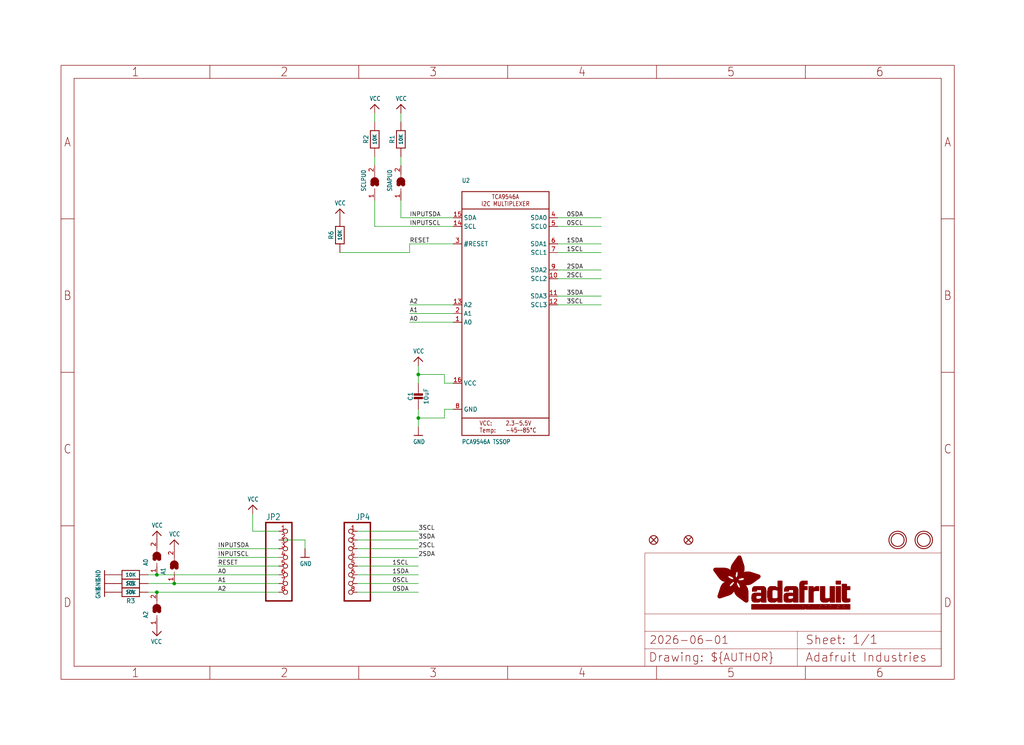
<source format=kicad_sch>
(kicad_sch (version 20230121) (generator eeschema)
  (paper "User" 298.45 217.322)
  (lib_symbols
    (symbol "working-eagle-import:CAP_CERAMIC0805-NOOUTLINE"
      (property "Reference" "C" (at -2.29 1.25 90))
      (symbol "CAP_CERAMIC0805-NOOUTLINE_1_0"
        (pin passive line (at 0 5.08 270) (length 2.54) (name "1") (number "1"))
        (pin passive line (at 0 -2.54 90) (length 2.54) (name "2") (number "2"))
      )
    )
    (symbol "working-eagle-import:FIDUCIAL_1MM")
    (symbol "working-eagle-import:FRAME_A4_ADAFRUIT"
      (symbol "FRAME_A4_ADAFRUIT_1_0"
        (text "${#}/${##}" (at 230.505 10.16 0) (effects (font (size 2.54 2.54)) (justify left bottom)))
        (text "${AUTHOR}" (at 189.23 5.08 0) (effects (font (size 2.286 2.286)) (justify left bottom)))
        (text "${CURRENT_DATE}" (at 171.45 10.16 0) (effects (font (size 2.286 2.286)) (justify left bottom)))
        (text "${PROJECTNAME}" (at 171.45 15.24 0) (effects (font (size 2.54 2.54)) (justify left bottom)))
        (text "1" (at 21.6958 1.905 0) (effects (font (size 2.54 2.286))))
        (text "1" (at 21.6958 177.165 0) (effects (font (size 2.54 2.286))))
        (text "2" (at 65.0875 1.905 0) (effects (font (size 2.54 2.286))))
        (text "2" (at 65.0875 177.165 0) (effects (font (size 2.54 2.286))))
        (text "3" (at 108.4792 1.905 0) (effects (font (size 2.54 2.286))))
        (text "3" (at 108.4792 177.165 0) (effects (font (size 2.54 2.286))))
        (text "4" (at 151.8708 1.905 0) (effects (font (size 2.54 2.286))))
        (text "4" (at 151.8708 177.165 0) (effects (font (size 2.54 2.286))))
        (text "5" (at 195.2625 1.905 0) (effects (font (size 2.54 2.286))))
        (text "5" (at 195.2625 177.165 0) (effects (font (size 2.54 2.286))))
        (text "6" (at 238.6542 1.905 0) (effects (font (size 2.54 2.286))))
        (text "6" (at 238.6542 177.165 0) (effects (font (size 2.54 2.286))))
        (text "A" (at 1.905 156.6863 0) (effects (font (size 2.54 2.286))))
        (text "A" (at 258.445 156.6863 0) (effects (font (size 2.54 2.286))))
        (text "Adafruit Industries" (at 216.916 4.953 0) (effects (font (size 2.54 2.54)) (justify left bottom)))
        (text "B" (at 1.905 111.9188 0) (effects (font (size 2.54 2.286))))
        (text "B" (at 258.445 111.9188 0) (effects (font (size 2.54 2.286))))
        (text "C" (at 1.905 67.1513 0) (effects (font (size 2.54 2.286))))
        (text "C" (at 258.445 67.1513 0) (effects (font (size 2.54 2.286))))
        (text "D" (at 1.905 22.3838 0) (effects (font (size 2.54 2.286))))
        (text "D" (at 258.445 22.3838 0) (effects (font (size 2.54 2.286))))
        (text "Drawing:" (at 171.196 4.953 0) (effects (font (size 2.54 2.54)) (justify left bottom)))
        (text "Sheet:" (at 216.916 10.033 0) (effects (font (size 2.54 2.54)) (justify left bottom)))
      )
    )
    (symbol "working-eagle-import:GND" (power)
      (property "Value" "GND" (at -1.524 -2.54 0))
      (symbol "GND_1_0"
        (pin power_in line (at 0 2.54 270) (length 2.54) (name "GND") (number "1"))
      )
    )
    (symbol "working-eagle-import:HEADER-1X870MIL"
      (property "Reference" "JP" (at -6.35 13.335 0))
      (symbol "HEADER-1X870MIL_1_0"
        (pin passive inverted (at -2.54 10.16 0) (length 2.54) (name "1") (number "1"))
        (pin passive inverted (at -2.54 7.62 0) (length 2.54) (name "2") (number "2"))
        (pin passive inverted (at -2.54 5.08 0) (length 2.54) (name "3") (number "3"))
        (pin passive inverted (at -2.54 2.54 0) (length 2.54) (name "4") (number "4"))
        (pin passive inverted (at -2.54 0 0) (length 2.54) (name "5") (number "5"))
        (pin passive inverted (at -2.54 -2.54 0) (length 2.54) (name "6") (number "6"))
        (pin passive inverted (at -2.54 -5.08 0) (length 2.54) (name "7") (number "7"))
        (pin passive inverted (at -2.54 -7.62 0) (length 2.54) (name "8") (number "8"))
      )
    )
    (symbol "working-eagle-import:MOUNTINGHOLE2.5")
    (symbol "working-eagle-import:RESISTOR_0603_NOOUT"
      (property "Reference" "R" (at 0 2.54 0))
      (symbol "RESISTOR_0603_NOOUT_1_0"
        (pin passive line (at -5.08 0 0) (length 2.54) (name "1") (number "1"))
        (pin passive line (at 5.08 0 180) (length 2.54) (name "2") (number "2"))
      )
    )
    (symbol "working-eagle-import:SOLDERJUMPER"
      (property "Reference" "SJ" (at -2.54 2.54 0))
      (symbol "SOLDERJUMPER_1_0"
        (pin passive line (at -5.08 0 0) (length 2.54) (name "1") (number "1"))
        (pin passive line (at 5.08 0 180) (length 2.54) (name "2") (number "2"))
      )
    )
    (symbol "working-eagle-import:SOLDERJUMPERCLOSED"
      (property "Reference" "SJ" (at -2.54 2.54 0))
      (symbol "SOLDERJUMPERCLOSED_1_0"
        (pin passive line (at -5.08 0 0) (length 2.54) (name "1") (number "1"))
        (pin passive line (at 5.08 0 180) (length 2.54) (name "2") (number "2"))
      )
    )
    (symbol "working-eagle-import:VCC" (power)
      (property "Value" "VCC" (at -1.524 1.016 0))
      (symbol "VCC_1_0"
        (pin power_in line (at 0 -2.54 90) (length 2.54) (name "VCC") (number "1"))
      )
    )
    (symbol "working-eagle-import:XCA9546APW"
      (property "Reference" "U" (at -12.7 38.1 0))
      (symbol "XCA9546APW_1_0"
        (text "2.3-5.5V\n-45~~85°C" (at 0 -33.02 0) (effects (font (size 1.27 1.0795)) (justify left)))
        (text "TCA9546A\nI2C MULTIPLEXER" (at 0 33.02 0) (effects (font (size 1.27 1.0795))))
        (text "VCC:\nTemp:" (at -7.62 -33.02 0) (effects (font (size 1.27 1.0795)) (justify left)))
        (pin bidirectional line (at -15.24 -2.54 0) (length 2.54) (name "A0") (number "1"))
        (pin bidirectional line (at 15.24 10.16 180) (length 2.54) (name "SCL2") (number "10"))
        (pin bidirectional line (at 15.24 5.08 180) (length 2.54) (name "SDA3") (number "11"))
        (pin bidirectional line (at 15.24 2.54 180) (length 2.54) (name "SCL3") (number "12"))
        (pin bidirectional line (at -15.24 2.54 0) (length 2.54) (name "A2") (number "13"))
        (pin bidirectional line (at -15.24 25.4 0) (length 2.54) (name "SCL") (number "14"))
        (pin bidirectional line (at -15.24 27.94 0) (length 2.54) (name "SDA") (number "15"))
        (pin bidirectional line (at -15.24 -20.32 0) (length 2.54) (name "VCC") (number "16"))
        (pin bidirectional line (at -15.24 0 0) (length 2.54) (name "A1") (number "2"))
        (pin bidirectional line (at -15.24 20.32 0) (length 2.54) (name "#RESET") (number "3"))
        (pin bidirectional line (at 15.24 27.94 180) (length 2.54) (name "SDA0") (number "4"))
        (pin bidirectional line (at 15.24 25.4 180) (length 2.54) (name "SCL0") (number "5"))
        (pin bidirectional line (at 15.24 20.32 180) (length 2.54) (name "SDA1") (number "6"))
        (pin bidirectional line (at 15.24 17.78 180) (length 2.54) (name "SCL1") (number "7"))
        (pin bidirectional line (at -15.24 -27.94 0) (length 2.54) (name "GND") (number "8"))
        (pin bidirectional line (at 15.24 12.7 180) (length 2.54) (name "SDA2") (number "9"))
      )
    )
  )
  (junction (at 45.72 167.64))
  (junction (at 121.92 121.92))
  (junction (at 50.8 170.18))
  (junction (at 121.92 109.22))
  (junction (at 45.72 172.72))
  (wire (pts (xy 109.22 48.26) (xy 109.22 45.72)) (stroke (width 0.1524)))
  (wire (pts (xy 121.92 157.48) (xy 104.14 157.48)) (stroke (width 0.1524)))
  (wire (pts (xy 162.56 71.12) (xy 175.26 71.12)) (stroke (width 0.1524)))
  (wire (pts (xy 109.22 66.04) (xy 109.22 58.42)) (stroke (width 0.1524)))
  (wire (pts (xy 104.14 170.18) (xy 121.92 170.18)) (stroke (width 0.1524)))
  (wire (pts (xy 116.84 35.56) (xy 116.84 33.02)) (stroke (width 0.1524)))
  (wire (pts (xy 121.92 154.94) (xy 104.14 154.94)) (stroke (width 0.1524)))
  (wire (pts (xy 81.28 160.02) (xy 63.5 160.02)) (stroke (width 0.1524)))
  (wire (pts (xy 132.08 93.98) (xy 119.38 93.98)) (stroke (width 0.1524)))
  (wire (pts (xy 129.54 121.92) (xy 129.54 119.38)) (stroke (width 0.1524)))
  (wire (pts (xy 121.92 106.68) (xy 121.92 109.22)) (stroke (width 0.1524)))
  (wire (pts (xy 121.92 109.22) (xy 129.54 109.22)) (stroke (width 0.1524)))
  (wire (pts (xy 121.92 109.22) (xy 121.92 111.76)) (stroke (width 0.1524)))
  (wire (pts (xy 162.56 86.36) (xy 175.26 86.36)) (stroke (width 0.1524)))
  (wire (pts (xy 162.56 73.66) (xy 175.26 73.66)) (stroke (width 0.1524)))
  (wire (pts (xy 121.92 121.92) (xy 121.92 119.38)) (stroke (width 0.1524)))
  (wire (pts (xy 132.08 66.04) (xy 109.22 66.04)) (stroke (width 0.1524)))
  (wire (pts (xy 88.9 157.48) (xy 88.9 160.02)) (stroke (width 0.1524)))
  (wire (pts (xy 129.54 119.38) (xy 132.08 119.38)) (stroke (width 0.1524)))
  (wire (pts (xy 121.92 124.46) (xy 121.92 121.92)) (stroke (width 0.1524)))
  (wire (pts (xy 81.28 154.94) (xy 73.66 154.94)) (stroke (width 0.1524)))
  (wire (pts (xy 162.56 63.5) (xy 175.26 63.5)) (stroke (width 0.1524)))
  (wire (pts (xy 81.28 170.18) (xy 50.8 170.18)) (stroke (width 0.1524)))
  (wire (pts (xy 116.84 63.5) (xy 116.84 58.42)) (stroke (width 0.1524)))
  (wire (pts (xy 45.72 167.64) (xy 43.18 167.64)) (stroke (width 0.1524)))
  (wire (pts (xy 81.28 167.64) (xy 45.72 167.64)) (stroke (width 0.1524)))
  (wire (pts (xy 45.72 172.72) (xy 43.18 172.72)) (stroke (width 0.1524)))
  (wire (pts (xy 73.66 154.94) (xy 73.66 149.86)) (stroke (width 0.1524)))
  (wire (pts (xy 81.28 157.48) (xy 88.9 157.48)) (stroke (width 0.1524)))
  (wire (pts (xy 81.28 165.1) (xy 63.5 165.1)) (stroke (width 0.1524)))
  (wire (pts (xy 121.92 162.56) (xy 104.14 162.56)) (stroke (width 0.1524)))
  (wire (pts (xy 162.56 66.04) (xy 175.26 66.04)) (stroke (width 0.1524)))
  (wire (pts (xy 162.56 88.9) (xy 175.26 88.9)) (stroke (width 0.1524)))
  (wire (pts (xy 132.08 71.12) (xy 119.38 71.12)) (stroke (width 0.1524)))
  (wire (pts (xy 116.84 48.26) (xy 116.84 45.72)) (stroke (width 0.1524)))
  (wire (pts (xy 119.38 73.66) (xy 119.38 71.12)) (stroke (width 0.1524)))
  (wire (pts (xy 50.8 170.18) (xy 43.18 170.18)) (stroke (width 0.1524)))
  (wire (pts (xy 104.14 172.72) (xy 121.92 172.72)) (stroke (width 0.1524)))
  (wire (pts (xy 129.54 111.76) (xy 132.08 111.76)) (stroke (width 0.1524)))
  (wire (pts (xy 109.22 35.56) (xy 109.22 33.02)) (stroke (width 0.1524)))
  (wire (pts (xy 162.56 81.28) (xy 175.26 81.28)) (stroke (width 0.1524)))
  (wire (pts (xy 104.14 167.64) (xy 121.92 167.64)) (stroke (width 0.1524)))
  (wire (pts (xy 104.14 165.1) (xy 121.92 165.1)) (stroke (width 0.1524)))
  (wire (pts (xy 81.28 162.56) (xy 63.5 162.56)) (stroke (width 0.1524)))
  (wire (pts (xy 121.92 121.92) (xy 129.54 121.92)) (stroke (width 0.1524)))
  (wire (pts (xy 162.56 78.74) (xy 175.26 78.74)) (stroke (width 0.1524)))
  (wire (pts (xy 121.92 160.02) (xy 104.14 160.02)) (stroke (width 0.1524)))
  (wire (pts (xy 129.54 109.22) (xy 129.54 111.76)) (stroke (width 0.1524)))
  (wire (pts (xy 132.08 63.5) (xy 116.84 63.5)) (stroke (width 0.1524)))
  (wire (pts (xy 132.08 91.44) (xy 119.38 91.44)) (stroke (width 0.1524)))
  (wire (pts (xy 132.08 88.9) (xy 119.38 88.9)) (stroke (width 0.1524)))
  (wire (pts (xy 81.28 172.72) (xy 45.72 172.72)) (stroke (width 0.1524)))
  (wire (pts (xy 99.06 73.66) (xy 119.38 73.66)) (stroke (width 0.1524)))
  (label "3SCL" (at 165.1 88.9 0) (effects (font (size 1.2446 1.2446))))
  (label "INPUTSCL" (at 63.5 162.56 0) (effects (font (size 1.2446 1.2446))))
  (label "3SDA" (at 165.1 86.36 0) (effects (font (size 1.2446 1.2446))))
  (label "3SDA" (at 121.92 157.48 0) (effects (font (size 1.2446 1.2446))))
  (label "0SCL" (at 114.3 170.18 0) (effects (font (size 1.2446 1.2446))))
  (label "3SCL" (at 121.92 154.94 0) (effects (font (size 1.2446 1.2446))))
  (label "A1" (at 119.38 91.44 0) (effects (font (size 1.2446 1.2446))))
  (label "2SCL" (at 165.1 81.28 0) (effects (font (size 1.2446 1.2446))))
  (label "2SCL" (at 121.92 160.02 0) (effects (font (size 1.2446 1.2446))))
  (label "0SCL" (at 165.1 66.04 0) (effects (font (size 1.2446 1.2446))))
  (label "1SCL" (at 165.1 73.66 0) (effects (font (size 1.2446 1.2446))))
  (label "1SCL" (at 114.3 165.1 0) (effects (font (size 1.2446 1.2446))))
  (label "2SDA" (at 121.92 162.56 0) (effects (font (size 1.2446 1.2446))))
  (label "INPUTSCL" (at 119.38 66.04 0) (effects (font (size 1.2446 1.2446))))
  (label "A0" (at 119.38 93.98 0) (effects (font (size 1.2446 1.2446))))
  (label "INPUTSDA" (at 119.38 63.5 0) (effects (font (size 1.2446 1.2446))))
  (label "A2" (at 63.5 172.72 0) (effects (font (size 1.2446 1.2446))))
  (label "RESET" (at 63.5 165.1 0) (effects (font (size 1.2446 1.2446))))
  (label "0SDA" (at 114.3 172.72 0) (effects (font (size 1.2446 1.2446))))
  (label "INPUTSDA" (at 63.5 160.02 0) (effects (font (size 1.2446 1.2446))))
  (label "1SDA" (at 165.1 71.12 0) (effects (font (size 1.2446 1.2446))))
  (label "A0" (at 63.5 167.64 0) (effects (font (size 1.2446 1.2446))))
  (label "1SDA" (at 114.3 167.64 0) (effects (font (size 1.2446 1.2446))))
  (label "2SDA" (at 165.1 78.74 0) (effects (font (size 1.2446 1.2446))))
  (label "0SDA" (at 165.1 63.5 0) (effects (font (size 1.2446 1.2446))))
  (label "RESET" (at 119.38 71.12 0) (effects (font (size 1.2446 1.2446))))
  (label "A2" (at 119.38 88.9 0) (effects (font (size 1.2446 1.2446))))
  (label "A1" (at 63.5 170.18 0) (effects (font (size 1.2446 1.2446))))
  (symbol (lib_id "working-eagle-import:GND") (at 121.92 127 0) (unit 1)
    (property "Reference" "#U$2" (effects hide))
    (property "Value" "GND" (at 120.396 129.54 0) (effects (font (size 1.27 1.0795)) (justify left bottom)))
  )
  (symbol (lib_id "working-eagle-import:VCC") (at 45.72 185.42 180) (unit 1)
    (property "Reference" "#P+7" (effects hide))
    (property "Value" "VCC" (at 47.244 186.436 0) (effects (font (size 1.27 1.0795)) (justify left bottom)))
  )
  (symbol (lib_id "working-eagle-import:CAP_CERAMIC0805-NOOUTLINE") (at 121.92 116.84 0) (unit 1)
    (property "Reference" "C1" (at 119.63 115.59 90))
    (property "Value" "10uF" (at 124.22 115.59 90))
    (property "Footprint" "working:0805-NO" (effects hide))
  )
  (symbol (lib_id "working-eagle-import:VCC") (at 73.66 147.32 0) (unit 1)
    (property "Reference" "#P+4" (effects hide))
    (property "Value" "VCC" (at 72.136 146.304 0) (effects (font (size 1.27 1.0795)) (justify left bottom)))
  )
  (symbol (lib_id "working-eagle-import:VCC") (at 50.8 157.48 0) (unit 1)
    (property "Reference" "#P+6" (effects hide))
    (property "Value" "VCC" (at 49.276 156.464 0) (effects (font (size 1.27 1.0795)) (justify left bottom)))
  )
  (symbol (lib_id "working-eagle-import:MOUNTINGHOLE2.5") (at 269.24 157.48 0) (unit 1)
    (property "Reference" "U$4" (effects hide))
    (property "Value" "MOUNTINGHOLE2.5" (effects hide))
    (property "Footprint" "working:MOUNTINGHOLE_2.5_PLATED" (effects hide))
  )
  (symbol (lib_id "working-eagle-import:VCC") (at 121.92 104.14 0) (unit 1)
    (property "Reference" "#P+3" (effects hide))
    (property "Value" "VCC" (at 120.396 103.124 0) (effects (font (size 1.27 1.0795)) (justify left bottom)))
  )
  (symbol (lib_id "working-eagle-import:RESISTOR_0603_NOOUT") (at 38.1 172.72 180) (unit 1)
    (property "Reference" "R3" (at 38.1 175.26 0))
    (property "Value" "10K" (at 38.1 172.72 0) (effects (font (size 1.016 1.016) bold)))
    (property "Footprint" "working:0603-NO" (effects hide))
  )
  (symbol (lib_id "working-eagle-import:VCC") (at 109.22 30.48 0) (unit 1)
    (property "Reference" "#P+1" (effects hide))
    (property "Value" "VCC" (at 107.696 29.464 0) (effects (font (size 1.27 1.0795)) (justify left bottom)))
  )
  (symbol (lib_id "working-eagle-import:SOLDERJUMPERCLOSED") (at 116.84 53.34 90) (unit 1)
    (property "Reference" "SDAPU0" (at 114.3 55.88 0) (effects (font (size 1.27 1.0795)) (justify left bottom)))
    (property "Value" "SOLDERJUMPERCLOSED" (effects hide))
    (property "Footprint" "working:SOLDERJUMPER_CLOSEDWIRE" (effects hide))
  )
  (symbol (lib_id "working-eagle-import:MOUNTINGHOLE2.5") (at 261.62 157.48 0) (unit 1)
    (property "Reference" "U$5" (effects hide))
    (property "Value" "MOUNTINGHOLE2.5" (effects hide))
    (property "Footprint" "working:MOUNTINGHOLE_2.5_PLATED" (effects hide))
  )
  (symbol (lib_id "working-eagle-import:FRAME_A4_ADAFRUIT") (at 17.78 198.12 0) (unit 1)
    (property "Reference" "#U$1" (effects hide))
    (property "Value" "FRAME_A4_ADAFRUIT" (effects hide))
  )
  (symbol (lib_id "working-eagle-import:RESISTOR_0603_NOOUT") (at 109.22 40.64 90) (unit 1)
    (property "Reference" "R2" (at 106.68 40.64 0))
    (property "Value" "10K" (at 109.22 40.64 0) (effects (font (size 1.016 1.016) bold)))
    (property "Footprint" "working:0603-NO" (effects hide))
  )
  (symbol (lib_id "working-eagle-import:SOLDERJUMPERCLOSED") (at 109.22 53.34 90) (unit 1)
    (property "Reference" "SCLPU0" (at 106.68 55.88 0) (effects (font (size 1.27 1.0795)) (justify left bottom)))
    (property "Value" "SOLDERJUMPERCLOSED" (effects hide))
    (property "Footprint" "working:SOLDERJUMPER_CLOSEDWIRE" (effects hide))
  )
  (symbol (lib_id "working-eagle-import:RESISTOR_0603_NOOUT") (at 116.84 40.64 90) (unit 1)
    (property "Reference" "R1" (at 114.3 40.64 0))
    (property "Value" "10K" (at 116.84 40.64 0) (effects (font (size 1.016 1.016) bold)))
    (property "Footprint" "working:0603-NO" (effects hide))
  )
  (symbol (lib_id "working-eagle-import:HEADER-1X870MIL") (at 83.82 165.1 0) (unit 1)
    (property "Reference" "JP2" (at 77.47 151.765 0) (effects (font (size 1.778 1.5113)) (justify left bottom)))
    (property "Value" "HEADER-1X870MIL" (effects hide))
    (property "Footprint" "working:1X08_ROUND_70" (effects hide))
  )
  (symbol (lib_id "working-eagle-import:RESISTOR_0603_NOOUT") (at 38.1 170.18 180) (unit 1)
    (property "Reference" "R4" (at 38.1 172.72 0))
    (property "Value" "10K" (at 38.1 170.18 0) (effects (font (size 1.016 1.016) bold)))
    (property "Footprint" "working:0603-NO" (effects hide))
  )
  (symbol (lib_id "working-eagle-import:XCA9546APW") (at 147.32 91.44 0) (unit 1)
    (property "Reference" "U2" (at 134.62 53.34 0) (effects (font (size 1.27 1.0795)) (justify left bottom)))
    (property "Value" "PCA9546A TSSOP" (at 134.62 129.54 0) (effects (font (size 1.27 1.0795)) (justify left bottom)))
    (property "Footprint" "working:TSSOP16" (effects hide))
  )
  (symbol (lib_id "working-eagle-import:SOLDERJUMPER") (at 50.8 165.1 90) (unit 1)
    (property "Reference" "A1" (at 48.26 167.64 0) (effects (font (size 1.27 1.0795)) (justify left bottom)))
    (property "Value" "SOLDERJUMPER" (effects hide))
    (property "Footprint" "working:SOLDERJUMPER_ARROW_NOPASTE" (effects hide))
  )
  (symbol (lib_id "working-eagle-import:GND") (at 88.9 162.56 0) (unit 1)
    (property "Reference" "#U$3" (effects hide))
    (property "Value" "GND" (at 87.376 165.1 0) (effects (font (size 1.27 1.0795)) (justify left bottom)))
  )
  (symbol (lib_id "working-eagle-import:HEADER-1X870MIL") (at 101.6 165.1 0) (mirror y) (unit 1)
    (property "Reference" "JP4" (at 107.95 151.765 0) (effects (font (size 1.778 1.5113)) (justify left bottom)))
    (property "Value" "HEADER-1X870MIL" (effects hide))
    (property "Footprint" "working:1X08_ROUND_70" (effects hide))
  )
  (symbol (lib_id "working-eagle-import:SOLDERJUMPER") (at 45.72 162.56 90) (unit 1)
    (property "Reference" "A0" (at 43.18 165.1 0) (effects (font (size 1.27 1.0795)) (justify left bottom)))
    (property "Value" "SOLDERJUMPER" (effects hide))
    (property "Footprint" "working:SOLDERJUMPER_ARROW_NOPASTE" (effects hide))
  )
  (symbol (lib_id "working-eagle-import:GND") (at 30.48 172.72 270) (unit 1)
    (property "Reference" "#U$10" (effects hide))
    (property "Value" "GND" (at 27.94 171.196 0) (effects (font (size 1.27 1.0795)) (justify left bottom)))
  )
  (symbol (lib_id "working-eagle-import:VCC") (at 45.72 154.94 0) (unit 1)
    (property "Reference" "#P+5" (effects hide))
    (property "Value" "VCC" (at 44.196 153.924 0) (effects (font (size 1.27 1.0795)) (justify left bottom)))
  )
  (symbol (lib_id "working-eagle-import:VCC") (at 116.84 30.48 0) (unit 1)
    (property "Reference" "#P+2" (effects hide))
    (property "Value" "VCC" (at 115.316 29.464 0) (effects (font (size 1.27 1.0795)) (justify left bottom)))
  )
  (symbol (lib_id "working-eagle-import:SOLDERJUMPER") (at 45.72 177.8 90) (unit 1)
    (property "Reference" "A2" (at 43.18 180.34 0) (effects (font (size 1.27 1.0795)) (justify left bottom)))
    (property "Value" "SOLDERJUMPER" (effects hide))
    (property "Footprint" "working:SOLDERJUMPER_ARROW_NOPASTE" (effects hide))
  )
  (symbol (lib_id "working-eagle-import:RESISTOR_0603_NOOUT") (at 99.06 68.58 90) (unit 1)
    (property "Reference" "R6" (at 96.52 68.58 0))
    (property "Value" "10K" (at 99.06 68.58 0) (effects (font (size 1.016 1.016) bold)))
    (property "Footprint" "working:0603-NO" (effects hide))
  )
  (symbol (lib_id "working-eagle-import:GND") (at 30.48 167.64 270) (unit 1)
    (property "Reference" "#U$8" (effects hide))
    (property "Value" "GND" (at 27.94 166.116 0) (effects (font (size 1.27 1.0795)) (justify left bottom)))
  )
  (symbol (lib_id "working-eagle-import:RESISTOR_0603_NOOUT") (at 38.1 167.64 180) (unit 1)
    (property "Reference" "R5" (at 38.1 170.18 0))
    (property "Value" "10K" (at 38.1 167.64 0) (effects (font (size 1.016 1.016) bold)))
    (property "Footprint" "working:0603-NO" (effects hide))
  )
  (symbol (lib_id "working-eagle-import:FIDUCIAL_1MM") (at 200.66 157.48 0) (unit 1)
    (property "Reference" "FID3" (effects hide))
    (property "Value" "FIDUCIAL_1MM" (effects hide))
    (property "Footprint" "working:FIDUCIAL_1MM" (effects hide))
  )
  (symbol (lib_id "working-eagle-import:GND") (at 30.48 170.18 270) (unit 1)
    (property "Reference" "#U$9" (effects hide))
    (property "Value" "GND" (at 27.94 168.656 0) (effects (font (size 1.27 1.0795)) (justify left bottom)))
  )
  (symbol (lib_id "working-eagle-import:VCC") (at 99.06 60.96 0) (unit 1)
    (property "Reference" "#P+8" (effects hide))
    (property "Value" "VCC" (at 97.536 59.944 0) (effects (font (size 1.27 1.0795)) (justify left bottom)))
  )
  (symbol (lib_id "working-eagle-import:FIDUCIAL_1MM") (at 190.5 157.48 0) (unit 1)
    (property "Reference" "FID1" (effects hide))
    (property "Value" "FIDUCIAL_1MM" (effects hide))
    (property "Footprint" "working:FIDUCIAL_1MM" (effects hide))
  )
)
</source>
